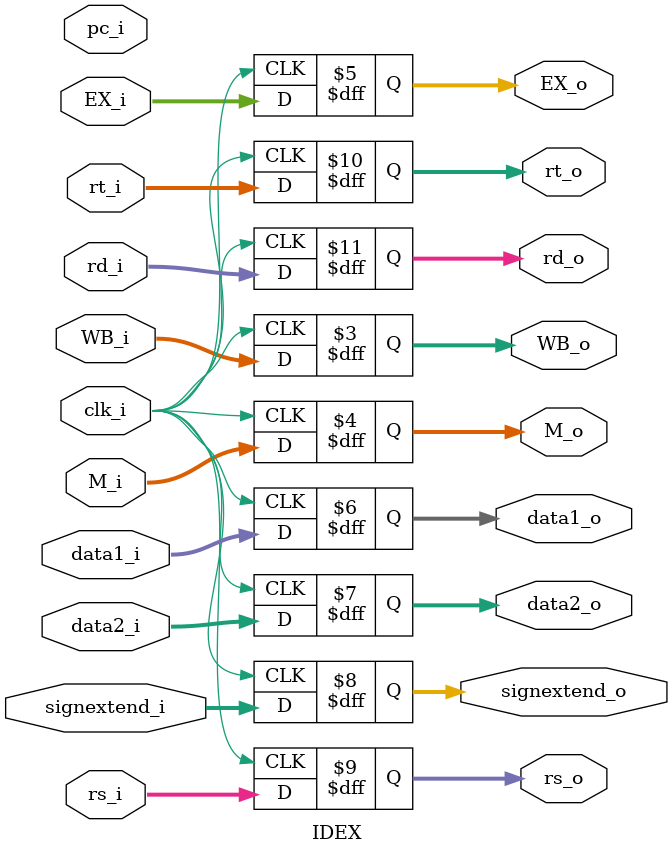
<source format=v>
module IDEX
(
    clk_i,
	WB_i,
	M_i,
	EX_i,
	pc_i,
	data1_i,
	data2_i,
	signextend_i,
	rs_i,
	rt_i,
	rd_i,
    WB_o,
	M_o,
	EX_o,
	data1_o,
	data2_o,
	signextend_o,
	rs_o,
	rt_o,
	rd_o
);

// Ports
input               clk_i;
input	[1:0]       WB_i;
input   [1:0]       M_i;
input   [3:0]       EX_i;
input   [31:0]      pc_i;
input   [31:0]      data1_i;
input   [31:0]      data2_i;
input   [31:0]      signextend_i;
input	[4:0]		rs_i;
input	[4:0]		rt_i;
input	[4:0]		rd_i;
output	[1:0]		WB_o;
output	[1:0]		M_o;
output	[3:0]		EX_o;
output  [31:0]      data1_o;
output  [31:0]      data2_o;
output  [31:0]      signextend_o;
output	[4:0]		rs_o;
output	[4:0]		rt_o;
output	[4:0]		rd_o;

// Wires & Registers
reg		[1:0]		WB_o;
reg		[1:0]		M_o;
reg		[3:0]		EX_o;
reg		[31:0]      data1_o;
reg		[31:0]      data2_o;
reg		[31:0]      signextend_o;
reg		[4:0]		rs_o;
reg		[4:0]		rt_o;
reg		[4:0]		rd_o;

initial begin
	#10
	WB_o = 0;
	M_o = 0;
	EX_o = 0;
	data1_o = 0;
	data2_o = 0;
	signextend_o = 0;
	rs_o = 0;
	rt_o = 0;
	rd_o = 0;
end

always@(posedge clk_i) begin
	WB_o <= WB_i;
	M_o <= M_i;
	EX_o <= EX_i;
	data1_o <= data1_i;
	data2_o <= data2_i;
	signextend_o <= signextend_i;
	rs_o <= rs_i;
	rt_o <= rt_i;
	rd_o <= rd_i;
end

endmodule

</source>
